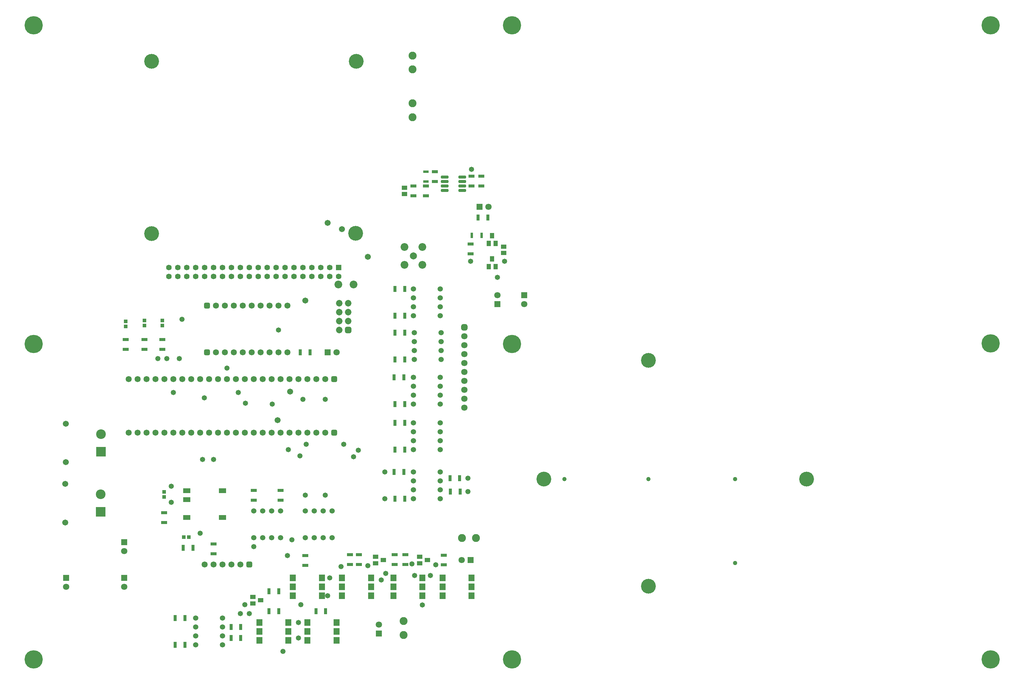
<source format=gts>
G04*
G04 #@! TF.GenerationSoftware,Altium Limited,Altium Designer,22.11.1 (43)*
G04*
G04 Layer_Color=8388736*
%FSLAX44Y44*%
%MOMM*%
G71*
G04*
G04 #@! TF.SameCoordinates,B54C2437-7CCA-4C96-8E11-22E7B733F24C*
G04*
G04*
G04 #@! TF.FilePolarity,Negative*
G04*
G01*
G75*
%ADD21R,1.7018X0.9144*%
%ADD23R,1.5492X0.6524*%
%ADD24R,0.6524X1.5492*%
%ADD26R,0.9144X1.7018*%
%ADD33R,1.0032X1.0032*%
G04:AMPARAMS|DCode=34|XSize=2.1732mm|YSize=0.8032mm|CornerRadius=0.1766mm|HoleSize=0mm|Usage=FLASHONLY|Rotation=0.000|XOffset=0mm|YOffset=0mm|HoleType=Round|Shape=RoundedRectangle|*
%AMROUNDEDRECTD34*
21,1,2.1732,0.4500,0,0,0.0*
21,1,1.8200,0.8032,0,0,0.0*
1,1,0.3532,0.9100,-0.2250*
1,1,0.3532,-0.9100,-0.2250*
1,1,0.3532,-0.9100,0.2250*
1,1,0.3532,0.9100,0.2250*
%
%ADD34ROUNDEDRECTD34*%
%ADD35R,1.2032X1.6032*%
%ADD36R,1.6332X1.3032*%
%ADD37R,1.0032X1.0032*%
%ADD38R,1.7232X1.9832*%
%ADD39R,1.6032X1.2032*%
%ADD40R,2.0032X1.4032*%
%ADD41R,2.7532X2.7532*%
%ADD42C,2.7532*%
%ADD43C,1.7112*%
%ADD44C,1.2192*%
%ADD45C,1.8082*%
%ADD46R,1.8082X1.8082*%
%ADD47R,1.8082X1.8082*%
%ADD48C,4.2032*%
%ADD49C,2.2606*%
%ADD50C,1.5032*%
%ADD51C,1.8532*%
G04:AMPARAMS|DCode=52|XSize=1.8532mm|YSize=1.8532mm|CornerRadius=0.5141mm|HoleSize=0mm|Usage=FLASHONLY|Rotation=90.000|XOffset=0mm|YOffset=0mm|HoleType=Round|Shape=RoundedRectangle|*
%AMROUNDEDRECTD52*
21,1,1.8532,0.8250,0,0,90.0*
21,1,0.8250,1.8532,0,0,90.0*
1,1,1.0282,0.4125,0.4125*
1,1,1.0282,0.4125,-0.4125*
1,1,1.0282,-0.4125,-0.4125*
1,1,1.0282,-0.4125,0.4125*
%
%ADD52ROUNDEDRECTD52*%
%ADD53C,2.0066*%
%ADD54C,2.2098*%
%ADD55C,1.8032*%
G04:AMPARAMS|DCode=56|XSize=1.8032mm|YSize=1.8032mm|CornerRadius=0.5016mm|HoleSize=0mm|Usage=FLASHONLY|Rotation=270.000|XOffset=0mm|YOffset=0mm|HoleType=Round|Shape=RoundedRectangle|*
%AMROUNDEDRECTD56*
21,1,1.8032,0.8000,0,0,270.0*
21,1,0.8000,1.8032,0,0,270.0*
1,1,1.0032,-0.4000,-0.4000*
1,1,1.0032,-0.4000,0.4000*
1,1,1.0032,0.4000,0.4000*
1,1,1.0032,0.4000,-0.4000*
%
%ADD56ROUNDEDRECTD56*%
%ADD57C,1.7232*%
G04:AMPARAMS|DCode=58|XSize=1.7232mm|YSize=1.7232mm|CornerRadius=0.4816mm|HoleSize=0mm|Usage=FLASHONLY|Rotation=180.000|XOffset=0mm|YOffset=0mm|HoleType=Round|Shape=RoundedRectangle|*
%AMROUNDEDRECTD58*
21,1,1.7232,0.7600,0,0,180.0*
21,1,0.7600,1.7232,0,0,180.0*
1,1,0.9632,-0.3800,0.3800*
1,1,0.9632,0.3800,0.3800*
1,1,0.9632,0.3800,-0.3800*
1,1,0.9632,-0.3800,-0.3800*
%
%ADD58ROUNDEDRECTD58*%
%ADD59C,1.5932*%
%ADD60R,1.5932X1.5932*%
%ADD61C,1.4732*%
%ADD62C,1.7032*%
%ADD63C,2.2032*%
%ADD64C,5.2032*%
D21*
X355600Y936244D02*
D03*
Y963676D02*
D03*
X302260Y936244D02*
D03*
Y963676D02*
D03*
X406400Y936244D02*
D03*
Y963676D02*
D03*
X1285240Y1401064D02*
D03*
Y1428496D02*
D03*
X1313180Y1401064D02*
D03*
Y1428496D02*
D03*
X1181100Y1413764D02*
D03*
Y1441196D02*
D03*
X1282700Y1208024D02*
D03*
Y1235456D02*
D03*
X1155700Y1373124D02*
D03*
Y1400556D02*
D03*
X1120140Y1373124D02*
D03*
Y1400556D02*
D03*
X411480Y443484D02*
D03*
Y470916D02*
D03*
X1097280Y351536D02*
D03*
Y324104D02*
D03*
X965200D02*
D03*
Y351536D02*
D03*
X939800Y324104D02*
D03*
Y351536D02*
D03*
X552450Y354584D02*
D03*
Y382016D02*
D03*
X742950Y506984D02*
D03*
Y534416D02*
D03*
X666750Y506984D02*
D03*
Y534416D02*
D03*
X812800Y348996D02*
D03*
Y321564D02*
D03*
X1206500Y350266D02*
D03*
Y322834D02*
D03*
X1066800Y324104D02*
D03*
Y351536D02*
D03*
D23*
X1155700Y1413218D02*
D03*
Y1441742D02*
D03*
D24*
X1286218Y1259840D02*
D03*
X1314742D02*
D03*
D26*
X1304544Y1310640D02*
D03*
X1331976D02*
D03*
X493776Y370840D02*
D03*
X466344D02*
D03*
X1253236Y530860D02*
D03*
X1225804D02*
D03*
X1065784Y586740D02*
D03*
X1093216D02*
D03*
X1251712Y568960D02*
D03*
X1224280D02*
D03*
X1068324Y510540D02*
D03*
X1095756D02*
D03*
X1068324Y1107440D02*
D03*
X1095756D02*
D03*
X1068324Y1031240D02*
D03*
X1095756D02*
D03*
X1068324Y982980D02*
D03*
X1095756D02*
D03*
X1068324Y906780D02*
D03*
X1095756D02*
D03*
X1065784Y855980D02*
D03*
X1093216D02*
D03*
X1068324Y779780D02*
D03*
X1095756D02*
D03*
X1068324Y726440D02*
D03*
X1095756D02*
D03*
X1068324Y650240D02*
D03*
X1095756D02*
D03*
X629666Y114300D02*
D03*
X602234D02*
D03*
X629666Y146050D02*
D03*
X602234D02*
D03*
X737616Y190500D02*
D03*
X710184D02*
D03*
X870966D02*
D03*
X843534D02*
D03*
X826516Y927100D02*
D03*
X799084D02*
D03*
X737616Y247650D02*
D03*
X710184D02*
D03*
X443484Y171450D02*
D03*
X470916D02*
D03*
X443484Y95250D02*
D03*
X470916D02*
D03*
D33*
X302260Y1015880D02*
D03*
Y1000880D02*
D03*
X355600Y1018420D02*
D03*
Y1003420D02*
D03*
X406400Y1018420D02*
D03*
Y1003420D02*
D03*
X411480Y530740D02*
D03*
Y515740D02*
D03*
D34*
X1259140Y1426210D02*
D03*
Y1413510D02*
D03*
Y1400810D02*
D03*
Y1388110D02*
D03*
X1209740D02*
D03*
Y1400810D02*
D03*
Y1413510D02*
D03*
Y1426210D02*
D03*
D35*
X1334820Y1170940D02*
D03*
X1353820D02*
D03*
X1344320Y1192940D02*
D03*
Y1258980D02*
D03*
X1353820Y1236980D02*
D03*
X1334820D02*
D03*
D36*
X1094740Y1377960D02*
D03*
Y1395720D02*
D03*
X1376680Y1228080D02*
D03*
Y1210320D02*
D03*
D37*
X482480Y401320D02*
D03*
X467480D02*
D03*
D38*
X765150Y158750D02*
D03*
Y107950D02*
D03*
Y133350D02*
D03*
X682650Y158750D02*
D03*
Y107950D02*
D03*
Y133350D02*
D03*
X917600Y234950D02*
D03*
Y285750D02*
D03*
Y260350D02*
D03*
X1000100Y234950D02*
D03*
Y285750D02*
D03*
Y260350D02*
D03*
X901700Y158750D02*
D03*
Y107950D02*
D03*
Y133350D02*
D03*
X819200Y158750D02*
D03*
Y107950D02*
D03*
Y133350D02*
D03*
X1285850Y260350D02*
D03*
Y285750D02*
D03*
Y234950D02*
D03*
X1203350Y260350D02*
D03*
Y285750D02*
D03*
Y234950D02*
D03*
X1063650D02*
D03*
Y285750D02*
D03*
Y260350D02*
D03*
X1146150Y234950D02*
D03*
Y285750D02*
D03*
Y260350D02*
D03*
X860400D02*
D03*
Y285750D02*
D03*
Y234950D02*
D03*
X777900Y260350D02*
D03*
Y285750D02*
D03*
Y234950D02*
D03*
D39*
X685800Y222250D02*
D03*
X663800Y212750D02*
D03*
Y231750D02*
D03*
X1013050Y346050D02*
D03*
Y327050D02*
D03*
X1035050Y336550D02*
D03*
X1138350Y346050D02*
D03*
Y327050D02*
D03*
X1160350Y336550D02*
D03*
D40*
X578050Y533400D02*
D03*
Y457200D02*
D03*
X476050D02*
D03*
Y508000D02*
D03*
Y533400D02*
D03*
D41*
X232080Y644680D02*
D03*
X231140Y473240D02*
D03*
D42*
X232080Y694680D02*
D03*
X231140Y523240D02*
D03*
D43*
X132080Y724680D02*
D03*
Y614680D02*
D03*
X131140Y443240D02*
D03*
Y553240D02*
D03*
D44*
X2034540Y566420D02*
D03*
Y327660D02*
D03*
X1549400Y566420D02*
D03*
X1788160D02*
D03*
D45*
X1435100Y1064260D02*
D03*
X1333500Y1341120D02*
D03*
X1257300Y336550D02*
D03*
X901700Y927100D02*
D03*
X298450Y361950D02*
D03*
Y260350D02*
D03*
X133350D02*
D03*
X1022350Y152400D02*
D03*
X1358900Y1089660D02*
D03*
D46*
X1435100D02*
D03*
X298450Y387350D02*
D03*
Y285750D02*
D03*
X133350D02*
D03*
X1022350Y127000D02*
D03*
X1358900Y1064260D02*
D03*
D47*
X1308100Y1341120D02*
D03*
X1282700Y336550D02*
D03*
X876300Y927100D02*
D03*
D48*
X1788160Y261620D02*
D03*
Y904240D02*
D03*
X2237740Y566420D02*
D03*
X1490980D02*
D03*
X375920Y1264920D02*
D03*
Y1755140D02*
D03*
X957580D02*
D03*
X956332Y1266353D02*
D03*
D49*
X1297940Y398780D02*
D03*
X1258340D02*
D03*
X1092200Y122960D02*
D03*
Y162560D02*
D03*
X1117600Y1732280D02*
D03*
Y1771880D02*
D03*
Y1596160D02*
D03*
Y1635760D02*
D03*
D50*
X1196340Y510540D02*
D03*
Y535940D02*
D03*
X1120140Y510540D02*
D03*
Y535940D02*
D03*
X1196340Y586740D02*
D03*
Y561340D02*
D03*
X1120140D02*
D03*
Y586740D02*
D03*
X742950Y476250D02*
D03*
X717550D02*
D03*
Y400050D02*
D03*
X742950D02*
D03*
X692150Y476250D02*
D03*
X666750D02*
D03*
X692150Y400050D02*
D03*
X666750D02*
D03*
X1196340Y650240D02*
D03*
Y675640D02*
D03*
X1120140Y650240D02*
D03*
Y675640D02*
D03*
X1196340Y726440D02*
D03*
Y701040D02*
D03*
X1120140D02*
D03*
Y726440D02*
D03*
X1196340Y779780D02*
D03*
Y805180D02*
D03*
X1120140Y779780D02*
D03*
Y805180D02*
D03*
X1196340Y855980D02*
D03*
Y830580D02*
D03*
X1120140D02*
D03*
Y855980D02*
D03*
X1198880Y906780D02*
D03*
Y932180D02*
D03*
X1122680Y906780D02*
D03*
Y932180D02*
D03*
X1198880Y982980D02*
D03*
Y957580D02*
D03*
X1122680D02*
D03*
Y982980D02*
D03*
X1196340Y1031240D02*
D03*
Y1056640D02*
D03*
X1120140Y1031240D02*
D03*
Y1056640D02*
D03*
X1196340Y1107440D02*
D03*
Y1082040D02*
D03*
X1120140D02*
D03*
Y1107440D02*
D03*
X577850Y95250D02*
D03*
Y120650D02*
D03*
X501650Y95250D02*
D03*
Y120650D02*
D03*
X577850Y171450D02*
D03*
Y146050D02*
D03*
X501650D02*
D03*
Y171450D02*
D03*
X889000Y476250D02*
D03*
X863600D02*
D03*
X889000Y400050D02*
D03*
X863600D02*
D03*
X812800Y476250D02*
D03*
X838200D02*
D03*
Y400050D02*
D03*
X812800D02*
D03*
D51*
X909320Y1066800D02*
D03*
Y1041400D02*
D03*
X934720Y1066800D02*
D03*
Y1041400D02*
D03*
X909320Y990600D02*
D03*
X934720Y1016000D02*
D03*
X909320D02*
D03*
D52*
X934720Y990600D02*
D03*
D53*
X1120140Y1201420D02*
D03*
D54*
X1094740Y1176020D02*
D03*
X1145540D02*
D03*
Y1226820D02*
D03*
X1094740D02*
D03*
D55*
X1264920Y769620D02*
D03*
Y795020D02*
D03*
Y871220D02*
D03*
Y922020D02*
D03*
Y972820D02*
D03*
Y947420D02*
D03*
Y896620D02*
D03*
Y845820D02*
D03*
Y820420D02*
D03*
D56*
Y998220D02*
D03*
D57*
X311150Y850900D02*
D03*
X336550D02*
D03*
X361950D02*
D03*
X387350D02*
D03*
X412750D02*
D03*
X438150D02*
D03*
X463550D02*
D03*
X539750D02*
D03*
X565150D02*
D03*
X590550D02*
D03*
X641350D02*
D03*
X692150D02*
D03*
X717550D02*
D03*
X768350D02*
D03*
X793750D02*
D03*
X819150D02*
D03*
X869950D02*
D03*
X844550D02*
D03*
X742950D02*
D03*
X666750D02*
D03*
X615950D02*
D03*
X514350D02*
D03*
X488950D02*
D03*
X311150Y698500D02*
D03*
X336550D02*
D03*
X361950D02*
D03*
X387350D02*
D03*
X412750D02*
D03*
X438150D02*
D03*
X463550D02*
D03*
X539750D02*
D03*
X565150D02*
D03*
X590550D02*
D03*
X641350D02*
D03*
X692150D02*
D03*
X717550D02*
D03*
X768350D02*
D03*
X793750D02*
D03*
X819150D02*
D03*
X869950D02*
D03*
X844550D02*
D03*
X742950D02*
D03*
X666750D02*
D03*
X615950D02*
D03*
X514350D02*
D03*
X488950D02*
D03*
X685800Y1060450D02*
D03*
X584200D02*
D03*
X558800D02*
D03*
X609600D02*
D03*
X635000D02*
D03*
X660400D02*
D03*
X711200D02*
D03*
X736600D02*
D03*
X762000D02*
D03*
X685800Y927100D02*
D03*
X584200D02*
D03*
X558800D02*
D03*
X609600D02*
D03*
X635000D02*
D03*
X660400D02*
D03*
X711200D02*
D03*
X736600D02*
D03*
X762000D02*
D03*
X527050Y323850D02*
D03*
X552450D02*
D03*
X577850D02*
D03*
X628650D02*
D03*
X603250D02*
D03*
D58*
X895350Y850900D02*
D03*
Y698500D02*
D03*
X533400Y1060450D02*
D03*
Y927100D02*
D03*
X654050Y323850D02*
D03*
D59*
X425450Y1143000D02*
D03*
Y1168400D02*
D03*
X450850Y1143000D02*
D03*
Y1168400D02*
D03*
X476250Y1143000D02*
D03*
Y1168400D02*
D03*
X501650Y1143000D02*
D03*
Y1168400D02*
D03*
X527050Y1143000D02*
D03*
Y1168400D02*
D03*
X552450Y1143000D02*
D03*
Y1168400D02*
D03*
X577850Y1143000D02*
D03*
Y1168400D02*
D03*
X603250Y1143000D02*
D03*
Y1168400D02*
D03*
X628650Y1143000D02*
D03*
Y1168400D02*
D03*
X654050Y1143000D02*
D03*
Y1168400D02*
D03*
X679450Y1143000D02*
D03*
Y1168400D02*
D03*
X704850Y1143000D02*
D03*
Y1168400D02*
D03*
X730250Y1143000D02*
D03*
Y1168400D02*
D03*
X755650Y1143000D02*
D03*
Y1168400D02*
D03*
X781050Y1143000D02*
D03*
Y1168400D02*
D03*
X806450Y1143000D02*
D03*
Y1168400D02*
D03*
X831850Y1143000D02*
D03*
Y1168400D02*
D03*
X857250Y1143000D02*
D03*
Y1168400D02*
D03*
X882650Y1143000D02*
D03*
Y1168400D02*
D03*
X908050Y1143000D02*
D03*
D60*
Y1168400D02*
D03*
D61*
X1358900Y1140460D02*
D03*
X462280Y1021080D02*
D03*
X1285240Y1447800D02*
D03*
X1379220Y1186180D02*
D03*
X1282700D02*
D03*
X736600Y990600D02*
D03*
X454660Y909320D02*
D03*
X393700D02*
D03*
X419100D02*
D03*
X1275080Y530860D02*
D03*
Y568960D02*
D03*
X1038860Y510540D02*
D03*
Y586740D02*
D03*
X431800Y546100D02*
D03*
Y500380D02*
D03*
X1145540Y208280D02*
D03*
X525780Y797560D02*
D03*
X718820Y779780D02*
D03*
X642620Y782320D02*
D03*
X949960Y629920D02*
D03*
X797560Y632460D02*
D03*
X764540Y650240D02*
D03*
X963930Y648970D02*
D03*
X1116330Y325120D02*
D03*
X815340Y665480D02*
D03*
X922020D02*
D03*
X990600Y320040D02*
D03*
X1183640Y322580D02*
D03*
X749300Y76200D02*
D03*
X628650Y184150D02*
D03*
X793750Y114300D02*
D03*
X654050Y184150D02*
D03*
X869950Y793750D02*
D03*
X806450D02*
D03*
X438150Y812800D02*
D03*
X622300D02*
D03*
X1123950Y292100D02*
D03*
X882650Y285750D02*
D03*
X1168400Y292100D02*
D03*
X1028700Y279400D02*
D03*
X1041400Y298450D02*
D03*
X914400Y317500D02*
D03*
X774700Y393700D02*
D03*
X762000Y349250D02*
D03*
X514350Y412750D02*
D03*
X552450Y622300D02*
D03*
X520700D02*
D03*
X869950Y520700D02*
D03*
X812800D02*
D03*
X590550Y882650D02*
D03*
X876300Y234950D02*
D03*
X793750Y158750D02*
D03*
X800100Y209550D02*
D03*
X666750Y374650D02*
D03*
X641350Y209550D02*
D03*
D62*
X812800Y1074420D02*
D03*
X734060Y734060D02*
D03*
X769620Y815340D02*
D03*
X990600Y1198880D02*
D03*
X916940Y1277620D02*
D03*
X876300Y1295400D02*
D03*
D63*
X906780Y1120140D02*
D03*
X949960D02*
D03*
D64*
X1400810Y951230D02*
D03*
Y53340D02*
D03*
Y1858010D02*
D03*
X2760980Y53340D02*
D03*
Y1858010D02*
D03*
Y952500D02*
D03*
X40640Y951230D02*
D03*
Y1858010D02*
D03*
Y53340D02*
D03*
M02*

</source>
